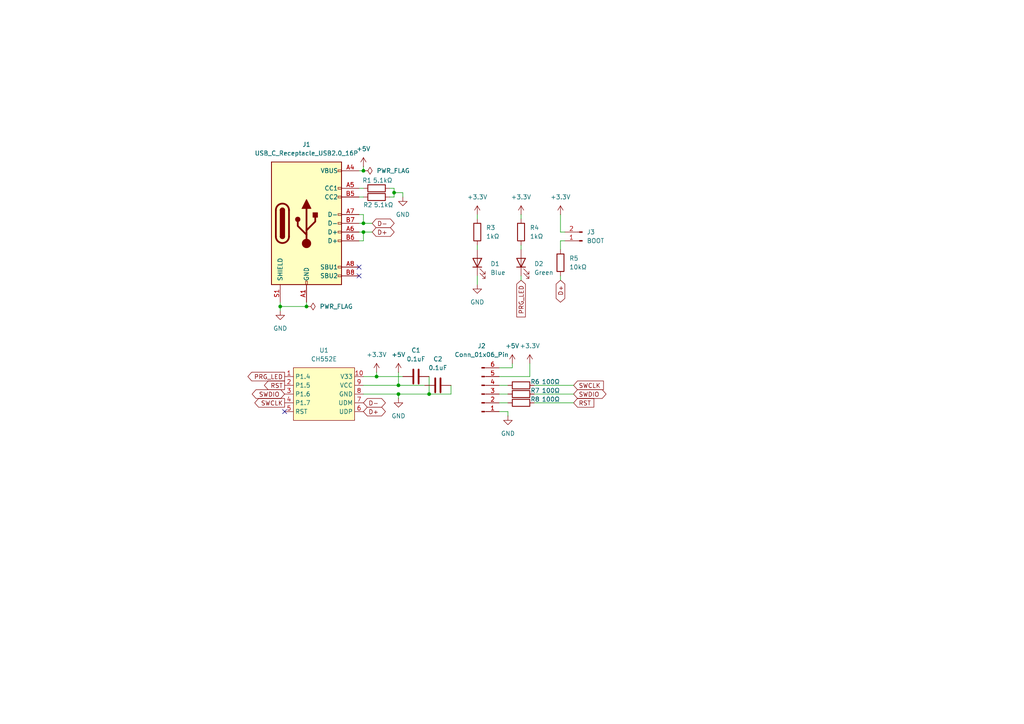
<source format=kicad_sch>
(kicad_sch (version 20250114) (generator "eeschema") (generator_version "9.0")
  (paper "A4")
  (lib_symbols
    (symbol "CH55x:CH552E"
      (property "Reference" "U" (at 0 11.43 0))
      (property "Value" "CH552E" (at 0 9.144 0))
      (symbol "CH552E_1_1"
        (rectangle (start -8.89 7.62) (end 8.89 -7.62) (fill (type background)))
        (pin bidirectional line (at -11.43 5.08 0) (length 2.54) (name "P1.4") (number "1"))
        (pin bidirectional line (at -11.43 2.54 0) (length 2.54) (name "P1.5") (number "2"))
        (pin bidirectional line (at -11.43 0 0) (length 2.54) (name "P1.6") (number "3"))
        (pin bidirectional line (at -11.43 -2.54 0) (length 2.54) (name "P1.7") (number "4"))
        (pin input line (at -11.43 -5.08 0) (length 2.54) (name "RST") (number "5"))
        (pin power_out line (at 11.43 5.08 180) (length 2.54) (name "V33") (number "10"))
        (pin power_in line (at 11.43 2.54 180) (length 2.54) (name "VCC") (number "9"))
        (pin power_in line (at 11.43 0 180) (length 2.54) (name "GND") (number "8"))
        (pin bidirectional line (at 11.43 -2.54 180) (length 2.54) (name "UDM") (number "7"))
        (pin bidirectional line (at 11.43 -5.08 180) (length 2.54) (name "UDP") (number "6"))
      )
    )
    (symbol "Connector:Conn_01x02_Pin" (pin_names (offset 1.016) (hide yes))
      (property "Reference" "J" (at 0 2.54 0))
      (property "Value" "Conn_01x02_Pin" (at 0 -5.08 0))
      (symbol "Conn_01x02_Pin_1_1"
        (rectangle (start 0.8636 0.127) (end 0 -0.127) (stroke (width 0.1524)) (fill (type outline)))
        (rectangle (start 0.8636 -2.413) (end 0 -2.667) (stroke (width 0.1524)) (fill (type outline)))
        (polyline (pts (xy 1.27 0) (xy 0.8636 0)) (stroke (width 0.1524)))
        (polyline (pts (xy 1.27 -2.54) (xy 0.8636 -2.54)) (stroke (width 0.1524)))
        (pin passive line (at 5.08 0 180) (length 3.81) (name "Pin_1") (number "1"))
        (pin passive line (at 5.08 -2.54 180) (length 3.81) (name "Pin_2") (number "2"))
      )
    )
    (symbol "Connector:Conn_01x06_Pin" (pin_names (offset 1.016) (hide yes))
      (property "Reference" "J" (at 0 7.62 0))
      (property "Value" "Conn_01x06_Pin" (at 0 -10.16 0))
      (symbol "Conn_01x06_Pin_1_1"
        (rectangle (start 0.8636 5.207) (end 0 4.953) (stroke (width 0.1524)) (fill (type outline)))
        (rectangle (start 0.8636 2.667) (end 0 2.413) (stroke (width 0.1524)) (fill (type outline)))
        (rectangle (start 0.8636 0.127) (end 0 -0.127) (stroke (width 0.1524)) (fill (type outline)))
        (rectangle (start 0.8636 -2.413) (end 0 -2.667) (stroke (width 0.1524)) (fill (type outline)))
        (rectangle (start 0.8636 -4.953) (end 0 -5.207) (stroke (width 0.1524)) (fill (type outline)))
        (rectangle (start 0.8636 -7.493) (end 0 -7.747) (stroke (width 0.1524)) (fill (type outline)))
        (polyline (pts (xy 1.27 5.08) (xy 0.8636 5.08)) (stroke (width 0.1524)))
        (polyline (pts (xy 1.27 2.54) (xy 0.8636 2.54)) (stroke (width 0.1524)))
        (polyline (pts (xy 1.27 0) (xy 0.8636 0)) (stroke (width 0.1524)))
        (polyline (pts (xy 1.27 -2.54) (xy 0.8636 -2.54)) (stroke (width 0.1524)))
        (polyline (pts (xy 1.27 -5.08) (xy 0.8636 -5.08)) (stroke (width 0.1524)))
        (polyline (pts (xy 1.27 -7.62) (xy 0.8636 -7.62)) (stroke (width 0.1524)))
        (pin passive line (at 5.08 5.08 180) (length 3.81) (name "Pin_1") (number "1"))
        (pin passive line (at 5.08 2.54 180) (length 3.81) (name "Pin_2") (number "2"))
        (pin passive line (at 5.08 0 180) (length 3.81) (name "Pin_3") (number "3"))
        (pin passive line (at 5.08 -2.54 180) (length 3.81) (name "Pin_4") (number "4"))
        (pin passive line (at 5.08 -5.08 180) (length 3.81) (name "Pin_5") (number "5"))
        (pin passive line (at 5.08 -7.62 180) (length 3.81) (name "Pin_6") (number "6"))
      )
    )
    (symbol "Connector:USB_C_Receptacle_USB2.0_16P" (pin_names (offset 1.016))
      (property "Reference" "J" (at 0 22.225 0))
      (property "Value" "USB_C_Receptacle_USB2.0_16P" (at 0 19.685 0))
      (symbol "USB_C_Receptacle_USB2.0_16P_0_0"
        (rectangle (start -0.254 -17.78) (end 0.254 -16.764))
        (rectangle (start 10.16 15.494) (end 9.144 14.986))
        (rectangle (start 10.16 10.414) (end 9.144 9.906))
        (rectangle (start 10.16 7.874) (end 9.144 7.366))
        (rectangle (start 10.16 2.794) (end 9.144 2.286))
        (rectangle (start 10.16 0.254) (end 9.144 -0.254))
        (rectangle (start 10.16 -2.286) (end 9.144 -2.794))
        (rectangle (start 10.16 -4.826) (end 9.144 -5.334))
        (rectangle (start 10.16 -12.446) (end 9.144 -12.954))
        (rectangle (start 10.16 -14.986) (end 9.144 -15.494))
      )
      (symbol "USB_C_Receptacle_USB2.0_16P_0_1"
        (rectangle (start -10.16 17.78) (end 10.16 -17.78) (stroke (width 0.254)) (fill (type background)))
        (polyline (pts (xy -8.89 -3.81) (xy -8.89 3.81)) (stroke (width 0.508)))
        (rectangle (start -7.62 -3.81) (end -6.35 3.81) (stroke (width 0.254)) (fill (type outline)))
        (arc (start -7.62 3.81) (mid -6.985 4.4423) (end -6.35 3.81) (stroke (width 0.254)))
        (arc (start -7.62 3.81) (mid -6.985 4.4423) (end -6.35 3.81) (stroke (width 0.254)) (fill (type outline)))
        (arc (start -8.89 3.81) (mid -6.985 5.7067) (end -5.08 3.81) (stroke (width 0.508)))
        (arc (start -5.08 -3.81) (mid -6.985 -5.7067) (end -8.89 -3.81) (stroke (width 0.508)))
        (arc (start -6.35 -3.81) (mid -6.985 -4.4423) (end -7.62 -3.81) (stroke (width 0.254)))
        (arc (start -6.35 -3.81) (mid -6.985 -4.4423) (end -7.62 -3.81) (stroke (width 0.254)) (fill (type outline)))
        (polyline (pts (xy -5.08 3.81) (xy -5.08 -3.81)) (stroke (width 0.508)))
        (circle (center -2.54 1.143) (radius 0.635) (stroke (width 0.254)) (fill (type outline)))
        (polyline (pts (xy -1.27 4.318) (xy 0 6.858) (xy 1.27 4.318) (xy -1.27 4.318)) (stroke (width 0.254)) (fill (type outline)))
        (polyline (pts (xy 0 -2.032) (xy 2.54 0.508) (xy 2.54 1.778)) (stroke (width 0.508)))
        (polyline (pts (xy 0 -3.302) (xy -2.54 -0.762) (xy -2.54 0.508)) (stroke (width 0.508)))
        (polyline (pts (xy 0 -5.842) (xy 0 4.318)) (stroke (width 0.508)))
        (circle (center 0 -5.842) (radius 1.27) (fill (type outline)))
        (rectangle (start 1.905 1.778) (end 3.175 3.048) (stroke (width 0.254)) (fill (type outline)))
      )
      (symbol "USB_C_Receptacle_USB2.0_16P_1_1"
        (pin passive line (at -7.62 -22.86 90) (length 5.08) (name "SHIELD") (number "S1"))
        (pin passive line (at 0 -22.86 90) (length 5.08) (name "GND") (number "A1"))
        (pin passive line (at 0 -22.86 90) (length 5.08) (hide yes) (name "GND") (number "A12"))
        (pin passive line (at 0 -22.86 90) (length 5.08) (hide yes) (name "GND") (number "B1"))
        (pin passive line (at 0 -22.86 90) (length 5.08) (hide yes) (name "GND") (number "B12"))
        (pin passive line (at 15.24 15.24 180) (length 5.08) (name "VBUS") (number "A4"))
        (pin passive line (at 15.24 15.24 180) (length 5.08) (hide yes) (name "VBUS") (number "A9"))
        (pin passive line (at 15.24 15.24 180) (length 5.08) (hide yes) (name "VBUS") (number "B4"))
        (pin passive line (at 15.24 15.24 180) (length 5.08) (hide yes) (name "VBUS") (number "B9"))
        (pin bidirectional line (at 15.24 10.16 180) (length 5.08) (name "CC1") (number "A5"))
        (pin bidirectional line (at 15.24 7.62 180) (length 5.08) (name "CC2") (number "B5"))
        (pin bidirectional line (at 15.24 2.54 180) (length 5.08) (name "D-") (number "A7"))
        (pin bidirectional line (at 15.24 0 180) (length 5.08) (name "D-") (number "B7"))
        (pin bidirectional line (at 15.24 -2.54 180) (length 5.08) (name "D+") (number "A6"))
        (pin bidirectional line (at 15.24 -5.08 180) (length 5.08) (name "D+") (number "B6"))
        (pin bidirectional line (at 15.24 -12.7 180) (length 5.08) (name "SBU1") (number "A8"))
        (pin bidirectional line (at 15.24 -15.24 180) (length 5.08) (name "SBU2") (number "B8"))
      )
    )
    (symbol "Device:C" (pin_numbers (hide yes)) (pin_names (offset 0.254))
      (property "Reference" "C" (at 0.635 2.54 0))
      (property "Value" "C" (at 0.635 -2.54 0))
      (symbol "C_0_1"
        (polyline (pts (xy -2.032 0.762) (xy 2.032 0.762)) (stroke (width 0.508)))
        (polyline (pts (xy -2.032 -0.762) (xy 2.032 -0.762)) (stroke (width 0.508)))
      )
      (symbol "C_1_1"
        (pin passive line (at 0 3.81 270) (length 2.794) (name "~") (number "1"))
        (pin passive line (at 0 -3.81 90) (length 2.794) (name "~") (number "2"))
      )
    )
    (symbol "Device:LED" (pin_numbers (hide yes)) (pin_names (offset 1.016) (hide yes))
      (property "Reference" "D" (at 0 2.54 0))
      (property "Value" "LED" (at 0 -2.54 0))
      (symbol "LED_0_1"
        (polyline (pts (xy -3.048 -0.762) (xy -4.572 -2.286) (xy -3.81 -2.286) (xy -4.572 -2.286) (xy -4.572 -1.524)))
        (polyline (pts (xy -1.778 -0.762) (xy -3.302 -2.286) (xy -2.54 -2.286) (xy -3.302 -2.286) (xy -3.302 -1.524)))
        (polyline (pts (xy -1.27 0) (xy 1.27 0)))
        (polyline (pts (xy -1.27 -1.27) (xy -1.27 1.27)) (stroke (width 0.254)))
        (polyline (pts (xy 1.27 -1.27) (xy 1.27 1.27) (xy -1.27 0) (xy 1.27 -1.27)) (stroke (width 0.254)))
      )
      (symbol "LED_1_1"
        (pin passive line (at -3.81 0 0) (length 2.54) (name "K") (number "1"))
        (pin passive line (at 3.81 0 180) (length 2.54) (name "A") (number "2"))
      )
    )
    (symbol "Device:R" (pin_numbers (hide yes)) (pin_names (offset 0))
      (property "Reference" "R" (at 2.032 0 90))
      (property "Value" "R" (at 0 0 90))
      (symbol "R_0_1"
        (rectangle (start -1.016 -2.54) (end 1.016 2.54) (stroke (width 0.254)))
      )
      (symbol "R_1_1"
        (pin passive line (at 0 3.81 270) (length 1.27) (name "~") (number "1"))
        (pin passive line (at 0 -3.81 90) (length 1.27) (name "~") (number "2"))
      )
    )
    (symbol "power:+3.3V" (power) (pin_numbers (hide yes)) (pin_names (offset 0) (hide yes))
      (property "Value" "+3.3V" (at 0 3.556 0))
      (symbol "+3.3V_0_1"
        (polyline (pts (xy -0.762 1.27) (xy 0 2.54)))
        (polyline (pts (xy 0 2.54) (xy 0.762 1.27)))
        (polyline (pts (xy 0 0) (xy 0 2.54)))
      )
      (symbol "+3.3V_1_1"
        (pin power_in line (at 0 0 90) (length 0) (name "~") (number "1"))
      )
    )
    (symbol "power:+5V" (power) (pin_numbers (hide yes)) (pin_names (offset 0) (hide yes))
      (property "Value" "+5V" (at 0 3.556 0))
      (symbol "+5V_0_1"
        (polyline (pts (xy -0.762 1.27) (xy 0 2.54)))
        (polyline (pts (xy 0 2.54) (xy 0.762 1.27)))
        (polyline (pts (xy 0 0) (xy 0 2.54)))
      )
      (symbol "+5V_1_1"
        (pin power_in line (at 0 0 90) (length 0) (name "~") (number "1"))
      )
    )
    (symbol "power:GND" (power) (pin_numbers (hide yes)) (pin_names (offset 0) (hide yes))
      (property "Value" "GND" (at 0 -3.81 0))
      (symbol "GND_0_1"
        (polyline (pts (xy 0 0) (xy 0 -1.27) (xy 1.27 -1.27) (xy 0 -2.54) (xy -1.27 -1.27) (xy 0 -1.27)))
      )
      (symbol "GND_1_1"
        (pin power_in line (at 0 0 270) (length 0) (name "~") (number "1"))
      )
    )
    (symbol "power:PWR_FLAG" (power) (pin_numbers (hide yes)) (pin_names (offset 0) (hide yes))
      (property "Value" "PWR_FLAG" (at 0 3.81 0))
      (symbol "PWR_FLAG_0_0"
        (pin power_out line (at 0 0 90) (length 0) (name "~") (number "1"))
      )
      (symbol "PWR_FLAG_0_1"
        (polyline (pts (xy 0 0) (xy 0 1.27) (xy -1.016 1.905) (xy 0 2.54) (xy 1.016 1.905) (xy 0 1.27)))
      )
    )
  )
  (junction (at 105.41 67.31))
  (junction (at 105.41 49.53))
  (junction (at 109.22 109.22))
  (junction (at 88.9 88.9))
  (junction (at 115.57 111.76))
  (junction (at 115.57 114.3))
  (junction (at 124.46 114.3))
  (junction (at 81.28 88.9))
  (junction (at 114.3 55.88))
  (junction (at 105.41 64.77))
  (no_connect (at 104.14 80.01))
  (no_connect (at 82.55 119.38))
  (no_connect (at 104.14 77.47))
  (wire (pts (xy 162.56 67.31) (xy 163.83 67.31)))
  (wire (pts (xy 107.95 67.31) (xy 105.41 67.31)))
  (wire (pts (xy 148.59 105.41) (xy 148.59 106.68)))
  (wire (pts (xy 144.78 111.76) (xy 147.32 111.76)))
  (wire (pts (xy 138.43 62.23) (xy 138.43 63.5)))
  (wire (pts (xy 81.28 88.9) (xy 88.9 88.9)))
  (wire (pts (xy 114.3 55.88) (xy 114.3 57.15)))
  (wire (pts (xy 81.28 88.9) (xy 81.28 90.17)))
  (wire (pts (xy 116.84 55.88) (xy 114.3 55.88)))
  (wire (pts (xy 148.59 106.68) (xy 144.78 106.68)))
  (wire (pts (xy 124.46 109.22) (xy 124.46 114.3)))
  (wire (pts (xy 105.41 67.31) (xy 105.41 69.85)))
  (wire (pts (xy 153.67 105.41) (xy 153.67 109.22)))
  (wire (pts (xy 116.84 55.88) (xy 116.84 57.15)))
  (wire (pts (xy 114.3 57.15) (xy 113.03 57.15)))
  (wire (pts (xy 113.03 54.61) (xy 114.3 54.61)))
  (wire (pts (xy 151.13 62.23) (xy 151.13 63.5)))
  (wire (pts (xy 104.14 49.53) (xy 105.41 49.53)))
  (wire (pts (xy 81.28 87.63) (xy 81.28 88.9)))
  (wire (pts (xy 154.94 114.3) (xy 166.37 114.3)))
  (wire (pts (xy 115.57 107.95) (xy 115.57 111.76)))
  (wire (pts (xy 162.56 80.01) (xy 162.56 81.28)))
  (wire (pts (xy 147.32 120.65) (xy 147.32 119.38)))
  (wire (pts (xy 115.57 111.76) (xy 105.41 111.76)))
  (wire (pts (xy 114.3 54.61) (xy 114.3 55.88)))
  (wire (pts (xy 109.22 109.22) (xy 116.84 109.22)))
  (wire (pts (xy 105.41 62.23) (xy 105.41 64.77)))
  (wire (pts (xy 104.14 57.15) (xy 105.41 57.15)))
  (wire (pts (xy 109.22 107.95) (xy 109.22 109.22)))
  (wire (pts (xy 123.19 111.76) (xy 115.57 111.76)))
  (wire (pts (xy 138.43 80.01) (xy 138.43 82.55)))
  (wire (pts (xy 124.46 114.3) (xy 130.81 114.3)))
  (wire (pts (xy 162.56 62.23) (xy 162.56 67.31)))
  (wire (pts (xy 115.57 114.3) (xy 105.41 114.3)))
  (wire (pts (xy 147.32 119.38) (xy 144.78 119.38)))
  (wire (pts (xy 162.56 69.85) (xy 162.56 72.39)))
  (wire (pts (xy 151.13 81.28) (xy 151.13 80.01)))
  (wire (pts (xy 130.81 111.76) (xy 130.81 114.3)))
  (wire (pts (xy 153.67 109.22) (xy 144.78 109.22)))
  (wire (pts (xy 104.14 54.61) (xy 105.41 54.61)))
  (wire (pts (xy 105.41 64.77) (xy 104.14 64.77)))
  (wire (pts (xy 163.83 69.85) (xy 162.56 69.85)))
  (wire (pts (xy 138.43 72.39) (xy 138.43 71.12)))
  (wire (pts (xy 144.78 114.3) (xy 147.32 114.3)))
  (wire (pts (xy 109.22 109.22) (xy 105.41 109.22)))
  (wire (pts (xy 104.14 62.23) (xy 105.41 62.23)))
  (wire (pts (xy 88.9 88.9) (xy 88.9 87.63)))
  (wire (pts (xy 115.57 115.57) (xy 115.57 114.3)))
  (wire (pts (xy 115.57 114.3) (xy 124.46 114.3)))
  (wire (pts (xy 154.94 111.76) (xy 166.37 111.76)))
  (wire (pts (xy 105.41 69.85) (xy 104.14 69.85)))
  (wire (pts (xy 151.13 72.39) (xy 151.13 71.12)))
  (wire (pts (xy 144.78 116.84) (xy 147.32 116.84)))
  (wire (pts (xy 154.94 116.84) (xy 166.37 116.84)))
  (wire (pts (xy 107.95 64.77) (xy 105.41 64.77)))
  (wire (pts (xy 104.14 67.31) (xy 105.41 67.31)))
  (wire (pts (xy 105.41 48.26) (xy 105.41 49.53)))
  (global_label "PRG_LED" (shape input) (at 151.13 81.28 270) (property "Intersheetrefs" "${INTERSHEET_REFS}" (effects (hide yes))))
  (global_label "D-" (shape bidirectional) (at 107.95 64.77 0) (property "Intersheetrefs" "${INTERSHEET_REFS}" (effects (hide yes))))
  (global_label "SWCLK" (shape input) (at 166.37 111.76 0) (property "Intersheetrefs" "${INTERSHEET_REFS}" (effects (hide yes))))
  (global_label "RST" (shape input) (at 166.37 116.84 0) (property "Intersheetrefs" "${INTERSHEET_REFS}" (effects (hide yes))))
  (global_label "D+" (shape bidirectional) (at 162.56 81.28 270) (property "Intersheetrefs" "${INTERSHEET_REFS}" (effects (hide yes))))
  (global_label "PRG_LED" (shape output) (at 82.55 109.22 180) (property "Intersheetrefs" "${INTERSHEET_REFS}" (effects (hide yes))))
  (global_label "SWDIO" (shape bidirectional) (at 166.37 114.3 0) (property "Intersheetrefs" "${INTERSHEET_REFS}" (effects (hide yes))))
  (global_label "D-" (shape bidirectional) (at 105.41 116.84 0) (property "Intersheetrefs" "${INTERSHEET_REFS}" (effects (hide yes))))
  (global_label "SWCLK" (shape output) (at 82.55 116.84 180) (property "Intersheetrefs" "${INTERSHEET_REFS}" (effects (hide yes))))
  (global_label "D+" (shape bidirectional) (at 105.41 119.38 0) (property "Intersheetrefs" "${INTERSHEET_REFS}" (effects (hide yes))))
  (global_label "SWDIO" (shape bidirectional) (at 82.55 114.3 180) (property "Intersheetrefs" "${INTERSHEET_REFS}" (effects (hide yes))))
  (global_label "D+" (shape bidirectional) (at 107.95 67.31 0) (property "Intersheetrefs" "${INTERSHEET_REFS}" (effects (hide yes))))
  (global_label "RST" (shape output) (at 82.55 111.76 180) (property "Intersheetrefs" "${INTERSHEET_REFS}" (effects (hide yes))))
  (symbol (lib_id "Device:R") (at 151.13 114.3 270) (unit 1)
    (property "Reference" "R7" (at 155.194 113.284 90))
    (property "Value" "100Ω" (at 159.766 113.284 90))
    (property "Footprint" "Resistor_SMD:R_0603_1608Metric" (effects (hide yes)))
    (property "Description" "Resistor" (effects (hide yes)))
  )
  (symbol (lib_id "Connector:USB_C_Receptacle_USB2.0_16P") (at 88.9 64.77 0) (unit 1)
    (property "Reference" "J1" (at 88.9 41.91 0))
    (property "Value" "USB_C_Receptacle_USB2.0_16P" (at 88.9 44.45 0))
    (property "Footprint" "Connector_USB:USB_C_Receptacle_GCT_USB4105-xx-A_16P_TopMnt_Horizontal" (effects (hide yes)))
    (property "Datasheet" "https://www.usb.org/sites/default/files/documents/usb_type-c.zip" (effects (hide yes)))
    (property "Description" "USB 2.0-only 16P Type-C Receptacle connector" (effects (hide yes)))
  )
  (symbol (lib_id "Device:R") (at 162.56 76.2 180) (unit 1)
    (property "Reference" "R5" (at 165.1 74.9299 0) (effects (justify right)))
    (property "Value" "10kΩ" (at 165.1 77.4699 0) (effects (justify right)))
    (property "Footprint" "Resistor_SMD:R_0603_1608Metric" (effects (hide yes)))
    (property "Description" "Resistor" (effects (hide yes)))
  )
  (symbol (lib_id "Connector:Conn_01x06_Pin") (at 139.7 114.3 0) (mirror x) (unit 1)
    (property "Reference" "J2" (at 139.7 100.33 0))
    (property "Value" "Conn_01x06_Pin" (at 139.7 102.87 0))
    (property "Footprint" "Connector_Wuerth:Wuerth_WR-WTB_64800611622_1x06_P1.50mm_Vertical" (effects (hide yes)))
    (property "Description" "Generic connector, single row, 01x06, script generated" (effects (hide yes)))
  )
  (symbol (lib_id "Device:R") (at 151.13 116.84 270) (unit 1)
    (property "Reference" "R8" (at 155.194 115.824 90))
    (property "Value" "100Ω" (at 159.766 115.824 90))
    (property "Footprint" "Resistor_SMD:R_0603_1608Metric" (effects (hide yes)))
    (property "Description" "Resistor" (effects (hide yes)))
  )
  (symbol (lib_id "Device:C") (at 120.65 109.22 90) (unit 1)
    (property "Reference" "C1" (at 120.65 101.6 90))
    (property "Value" "0.1uF" (at 120.65 104.14 90))
    (property "Footprint" "Capacitor_SMD:C_0603_1608Metric" (effects (hide yes)))
    (property "Description" "Unpolarized capacitor" (effects (hide yes)))
  )
  (symbol (lib_id "power:+5V") (at 148.59 105.41 0) (unit 1)
    (property "Reference" "#PWR015" (effects (hide yes)))
    (property "Value" "+5V" (at 148.59 100.33 0))
    (property "Description" "Power symbol creates a global label with name \"+5V\"" (effects (hide yes)))
  )
  (symbol (lib_id "power:GND") (at 81.28 90.17 0) (unit 1)
    (property "Reference" "#PWR02" (effects (hide yes)))
    (property "Value" "GND" (at 81.28 95.25 0))
    (property "Description" "Power symbol creates a global label with name \"GND\" , ground" (effects (hide yes)))
  )
  (symbol (lib_id "power:GND") (at 115.57 115.57 0) (unit 1)
    (property "Reference" "#PWR09" (effects (hide yes)))
    (property "Value" "GND" (at 115.57 120.65 0))
    (property "Description" "Power symbol creates a global label with name \"GND\" , ground" (effects (hide yes)))
  )
  (symbol (lib_id "power:+3.3V") (at 109.22 107.95 0) (unit 1)
    (property "Reference" "#PWR07" (effects (hide yes)))
    (property "Value" "+3.3V" (at 109.22 102.87 0))
    (property "Description" "Power symbol creates a global label with name \"+3.3V\"" (effects (hide yes)))
  )
  (symbol (lib_id "Device:C") (at 127 111.76 90) (unit 1)
    (property "Reference" "C2" (at 127 104.14 90))
    (property "Value" "0.1uF" (at 127 106.68 90))
    (property "Footprint" "Capacitor_SMD:C_0603_1608Metric" (effects (hide yes)))
    (property "Description" "Unpolarized capacitor" (effects (hide yes)))
  )
  (symbol (lib_id "power:GND") (at 147.32 120.65 0) (unit 1)
    (property "Reference" "#PWR04" (effects (hide yes)))
    (property "Value" "GND" (at 147.32 125.73 0))
    (property "Description" "Power symbol creates a global label with name \"GND\" , ground" (effects (hide yes)))
  )
  (symbol (lib_id "power:+3.3V") (at 138.43 62.23 0) (unit 1)
    (property "Reference" "#PWR011" (effects (hide yes)))
    (property "Value" "+3.3V" (at 138.43 57.15 0))
    (property "Description" "Power symbol creates a global label with name \"+3.3V\"" (effects (hide yes)))
  )
  (symbol (lib_id "Device:R") (at 138.43 67.31 180) (unit 1)
    (property "Reference" "R3" (at 140.97 66.0399 0) (effects (justify right)))
    (property "Value" "1kΩ" (at 140.97 68.5799 0) (effects (justify right)))
    (property "Footprint" "Resistor_SMD:R_0603_1608Metric" (effects (hide yes)))
    (property "Description" "Resistor" (effects (hide yes)))
  )
  (symbol (lib_id "Device:R") (at 151.13 67.31 180) (unit 1)
    (property "Reference" "R4" (at 153.67 66.0399 0) (effects (justify right)))
    (property "Value" "1kΩ" (at 153.67 68.5799 0) (effects (justify right)))
    (property "Footprint" "Resistor_SMD:R_0603_1608Metric" (effects (hide yes)))
    (property "Description" "Resistor" (effects (hide yes)))
  )
  (symbol (lib_id "CH55x:CH552E") (at 93.98 114.3 0) (unit 1)
    (property "Reference" "U1" (at 93.98 101.6 0))
    (property "Value" "CH552E" (at 93.98 104.14 0))
    (property "Footprint" "Package_SO:MSOP-10_3x3mm_P0.5mm" (effects (hide yes)))
  )
  (symbol (lib_id "power:+3.3V") (at 162.56 62.23 0) (unit 1)
    (property "Reference" "#PWR013" (effects (hide yes)))
    (property "Value" "+3.3V" (at 162.56 57.15 0))
    (property "Description" "Power symbol creates a global label with name \"+3.3V\"" (effects (hide yes)))
  )
  (symbol (lib_id "power:+3.3V") (at 151.13 62.23 0) (unit 1)
    (property "Reference" "#PWR010" (effects (hide yes)))
    (property "Value" "+3.3V" (at 151.13 57.15 0))
    (property "Description" "Power symbol creates a global label with name \"+3.3V\"" (effects (hide yes)))
  )
  (symbol (lib_id "power:GND") (at 138.43 82.55 0) (unit 1)
    (property "Reference" "#PWR012" (effects (hide yes)))
    (property "Value" "GND" (at 138.43 87.63 0))
    (property "Description" "Power symbol creates a global label with name \"GND\" , ground" (effects (hide yes)))
  )
  (symbol (lib_id "Device:R") (at 109.22 57.15 90) (unit 1)
    (property "Reference" "R2" (at 106.68 59.436 90))
    (property "Value" "5.1kΩ" (at 111.252 59.436 90))
    (property "Footprint" "Resistor_SMD:R_0603_1608Metric" (effects (hide yes)))
    (property "Description" "Resistor" (effects (hide yes)))
  )
  (symbol (lib_id "power:+5V") (at 105.41 48.26 0) (unit 1)
    (property "Reference" "#PWR01" (effects (hide yes)))
    (property "Value" "+5V" (at 105.41 43.18 0))
    (property "Description" "Power symbol creates a global label with name \"+5V\"" (effects (hide yes)))
  )
  (symbol (lib_id "power:GND") (at 116.84 57.15 0) (unit 1)
    (property "Reference" "#PWR03" (effects (hide yes)))
    (property "Value" "GND" (at 116.84 62.23 0))
    (property "Description" "Power symbol creates a global label with name \"GND\" , ground" (effects (hide yes)))
  )
  (symbol (lib_id "Device:R") (at 151.13 111.76 90) (unit 1)
    (property "Reference" "R6" (at 155.194 110.744 90))
    (property "Value" "100Ω" (at 159.766 110.744 90))
    (property "Footprint" "Resistor_SMD:R_0603_1608Metric" (effects (hide yes)))
    (property "Description" "Resistor" (effects (hide yes)))
  )
  (symbol (lib_id "power:+5V") (at 115.57 107.95 0) (unit 1)
    (property "Reference" "#PWR08" (effects (hide yes)))
    (property "Value" "+5V" (at 115.57 102.87 0))
    (property "Description" "Power symbol creates a global label with name \"+5V\"" (effects (hide yes)))
  )
  (symbol (lib_id "power:PWR_FLAG") (at 88.9 88.9 270) (unit 1)
    (property "Reference" "#FLG02" (effects (hide yes)))
    (property "Value" "PWR_FLAG" (at 92.71 88.8999 90) (effects (justify left)))
    (property "Description" "Special symbol for telling ERC where power comes from" (effects (hide yes)))
  )
  (symbol (lib_id "power:+3.3V") (at 153.67 105.41 0) (unit 1)
    (property "Reference" "#PWR016" (effects (hide yes)))
    (property "Value" "+3.3V" (at 153.67 100.33 0))
    (property "Description" "Power symbol creates a global label with name \"+3.3V\"" (effects (hide yes)))
  )
  (symbol (lib_id "Connector:Conn_01x02_Pin") (at 168.91 69.85 180) (unit 1)
    (property "Reference" "J3" (at 170.18 67.3099 0) (effects (justify right)))
    (property "Value" "BOOT" (at 170.18 69.8499 0) (effects (justify right)))
    (property "Footprint" "Connector_PinSocket_1.00mm:PinSocket_1x02_P1.00mm_Vertical" (effects (hide yes)))
    (property "Description" "Generic connector, single row, 01x02, script generated" (effects (hide yes)))
  )
  (symbol (lib_id "Device:R") (at 109.22 54.61 90) (unit 1)
    (property "Reference" "R1" (at 106.426 52.324 90))
    (property "Value" "5.1kΩ" (at 110.998 52.324 90))
    (property "Footprint" "Resistor_SMD:R_0603_1608Metric" (effects (hide yes)))
    (property "Description" "Resistor" (effects (hide yes)))
  )
  (symbol (lib_id "power:PWR_FLAG") (at 105.41 49.53 270) (unit 1)
    (property "Reference" "#FLG01" (effects (hide yes)))
    (property "Value" "PWR_FLAG" (at 109.22 49.5299 90) (effects (justify left)))
    (property "Description" "Special symbol for telling ERC where power comes from" (effects (hide yes)))
  )
  (symbol (lib_id "Device:LED") (at 151.13 76.2 90) (unit 1)
    (property "Reference" "D2" (at 154.94 76.5174 90) (effects (justify right)))
    (property "Value" "Green" (at 154.94 79.0574 90) (effects (justify right)))
    (property "Footprint" "LED_SMD:LED_0603_1608Metric" (effects (hide yes)))
    (property "Description" "Light emitting diode" (effects (hide yes)))
    (property "Sim.Pins" "1=K 2=A" (effects (hide yes)))
  )
  (symbol (lib_id "Device:LED") (at 138.43 76.2 90) (unit 1)
    (property "Reference" "D1" (at 142.24 76.5174 90) (effects (justify right)))
    (property "Value" "Blue" (at 142.24 79.0574 90) (effects (justify right)))
    (property "Footprint" "LED_SMD:LED_0603_1608Metric" (effects (hide yes)))
    (property "Description" "Light emitting diode" (effects (hide yes)))
    (property "Sim.Pins" "1=K 2=A" (effects (hide yes)))
  )
)
</source>
